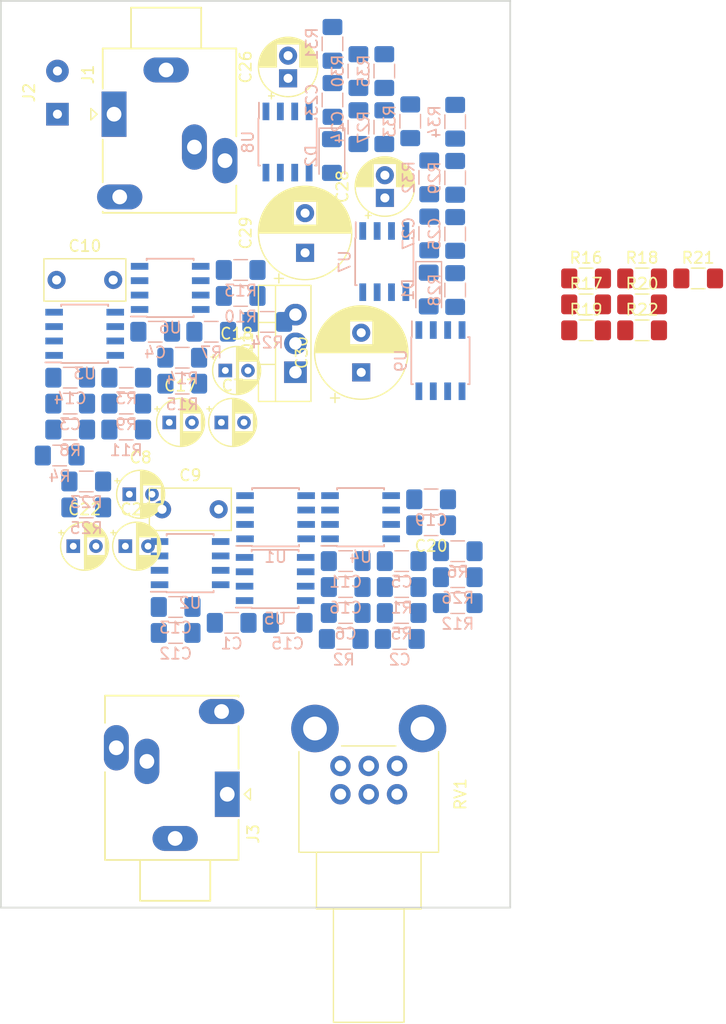
<source format=kicad_pcb>
(kicad_pcb (version 20171130) (host pcbnew 5.0.2-bee76a0~70~ubuntu18.04.1)
  (layers (0 F.Cu signal) (31 B.Cu signal) (34 B.Paste user) (35 F.Paste user) (36 B.SilkS user) (37 F.SilkS user) (38 B.Mask user) (39 F.Mask user) (44 Edge.Cuts user))
  (net 0 "")
  (net 1 "Net-(C1-Pad1)")
  (net 2 GNDA)
  (net 3 "Net-(C10-Pad2)")
  (net 4 VCC)
  (net 5 VEE)
  (net 6 "Net-(C9-Pad1)")
  (net 7 "Net-(C10-Pad1)")
  (net 8 "Net-(C21-Pad2)")
  (net 9 "Net-(C21-Pad1)")
  (net 10 "Net-(C22-Pad1)")
  (net 11 "Net-(C22-Pad2)")
  (net 12 "Net-(C24-Pad1)")
  (net 13 "Net-(C26-Pad1)")
  (net 14 /psupply/ps_pos)
  (net 15 "Net-(R7-Pad1)")
  (net 16 "Net-(R7-Pad2)")
  (net 17 "Net-(R10-Pad2)")
  (net 18 "Net-(R8-Pad2)")
  (net 19 "Net-(R11-Pad2)")
  (net 20 "Net-(R10-Pad1)")
  (net 21 "Net-(R11-Pad1)")
  (net 22 "Net-(R12-Pad1)")
  (net 23 /pamp/output_left)
  (net 24 /pamp/output_right)
  (net 25 "Net-(R19-Pad2)")
  (net 26 "Net-(R20-Pad2)")
  (net 27 "Net-(R22-Pad2)")
  (net 28 "Net-(R28-Pad2)")
  (net 29 "Net-(RV1-Pad3)")
  (net 30 "Net-(RV1-Pad2)")
  (net 31 "Net-(RV1-Pad5)")
  (net 32 "Net-(R19-Pad1)")
  (net 33 "Net-(R20-Pad1)")
  (net 34 "Net-(R21-Pad1)")
  (net 35 "Net-(R21-Pad2)")
  (net 36 "Net-(R22-Pad1)")
  (net 37 "Net-(R30-Pad2)")
  (net 38 "Net-(R31-Pad2)")
  (net 39 "Net-(R32-Pad2)")
  (net 40 "Net-(R33-Pad2)")
  (net 41 "Net-(R34-Pad2)")
  (net 42 "Net-(R35-Pad2)")
  (net 43 "Net-(RV1-Pad6)")
  (module Capacitor_SMD:C_1206_3216Metric_Pad1.42x1.75mm_HandSolder (layer B.Cu) (at 120.390002 124.880002)
    (fp_text reference C1 (at 0 1.82) (layer B.SilkS) (effects (justify mirror)))
    (fp_text value 100p)
    (pad 1 smd roundrect (at -1.4875 0) (size 1.425 1.75) (layers B.Cu B.Paste B.Mask) (roundrect_rratio 0.175439) (net 1 "Net-(C1-Pad1)"))
    (pad 2 smd roundrect (at 1.4875 0) (size 1.425 1.75) (layers B.Cu B.Paste B.Mask) (roundrect_rratio 0.175439) (net 2 GNDA))
  )
  (module Capacitor_SMD:C_1206_3216Metric_Pad1.42x1.75mm_HandSolder (layer B.Cu) (at 135.240002 126.300002)
    (fp_text reference C2 (at 0 1.82) (layer B.SilkS) (effects (justify mirror)))
    (fp_text value 100p)
    (pad 2 smd roundrect (at 1.4875 0) (size 1.425 1.75) (layers B.Cu B.Paste B.Mask) (roundrect_rratio 0.175439) (net 2 GNDA))
    (pad 1 smd roundrect (at -1.4875 0) (size 1.425 1.75) (layers B.Cu B.Paste B.Mask) (roundrect_rratio 0.175439) (net 3 "Net-(C10-Pad2)"))
  )
  (module Capacitor_SMD:C_1206_3216Metric_Pad1.42x1.75mm_HandSolder (layer B.Cu) (at 106.125001 105.535001)
    (fp_text reference C3 (at 0 1.82) (layer B.SilkS) (effects (justify mirror)))
    (fp_text value 100n)
    (pad 1 smd roundrect (at -1.4875 0) (size 1.425 1.75) (layers B.Cu B.Paste B.Mask) (roundrect_rratio 0.175439) (net 4 VCC))
    (pad 2 smd roundrect (at 1.4875 0) (size 1.425 1.75) (layers B.Cu B.Paste B.Mask) (roundrect_rratio 0.175439) (net 2 GNDA))
  )
  (module Capacitor_SMD:C_1206_3216Metric_Pad1.42x1.75mm_HandSolder (layer B.Cu) (at 113.635001 99.195001)
    (fp_text reference C4 (at 0 1.82) (layer B.SilkS) (effects (justify mirror)))
    (fp_text value 100n)
    (pad 1 smd roundrect (at -1.4875 0) (size 1.425 1.75) (layers B.Cu B.Paste B.Mask) (roundrect_rratio 0.175439) (net 2 GNDA))
    (pad 2 smd roundrect (at 1.4875 0) (size 1.425 1.75) (layers B.Cu B.Paste B.Mask) (roundrect_rratio 0.175439) (net 5 VEE))
  )
  (module Capacitor_SMD:C_1206_3216Metric_Pad1.42x1.75mm_HandSolder (layer B.Cu) (at 135.410002 119.430002)
    (fp_text reference C5 (at 0 1.82) (layer B.SilkS) (effects (justify mirror)))
    (fp_text value 100n)
    (pad 1 smd roundrect (at -1.4875 0) (size 1.425 1.75) (layers B.Cu B.Paste B.Mask) (roundrect_rratio 0.175439) (net 4 VCC))
    (pad 2 smd roundrect (at 1.4875 0) (size 1.425 1.75) (layers B.Cu B.Paste B.Mask) (roundrect_rratio 0.175439) (net 2 GNDA))
  )
  (module Capacitor_SMD:C_1206_3216Metric_Pad1.42x1.75mm_HandSolder (layer B.Cu) (at 130.460002 124.010002)
    (fp_text reference C6 (at 0 1.82) (layer B.SilkS) (effects (justify mirror)))
    (fp_text value 100n)
    (pad 2 smd roundrect (at 1.4875 0) (size 1.425 1.75) (layers B.Cu B.Paste B.Mask) (roundrect_rratio 0.175439) (net 5 VEE))
    (pad 1 smd roundrect (at -1.4875 0) (size 1.425 1.75) (layers B.Cu B.Paste B.Mask) (roundrect_rratio 0.175439) (net 2 GNDA))
  )
  (module Capacitor_THT:CP_Radial_D4.0mm_P2.00mm (layer F.Cu) (at 119.479802 107.195001)
    (fp_text reference C7 (at 1 -3.25) (layer F.SilkS))
    (fp_text value 22u)
    (pad 1 thru_hole rect (at 0 0) (size 1.2 1.2) (drill 0.6) (layers *.Cu *.Mask) (net 4 VCC))
    (pad 2 thru_hole circle (at 2 0) (size 1.2 1.2) (drill 0.6) (layers *.Cu *.Mask) (net 2 GNDA))
  )
  (module Capacitor_THT:CP_Radial_D4.0mm_P2.00mm (layer F.Cu) (at 111.349802 113.535001)
    (fp_text reference C8 (at 1 -3.25) (layer F.SilkS))
    (fp_text value 22u)
    (pad 2 thru_hole circle (at 2 0) (size 1.2 1.2) (drill 0.6) (layers *.Cu *.Mask) (net 5 VEE))
    (pad 1 thru_hole rect (at 0 0) (size 1.2 1.2) (drill 0.6) (layers *.Cu *.Mask) (net 2 GNDA))
  )
  (module Capacitor_THT:C_Rect_L7.0mm_W3.5mm_P5.00mm (layer F.Cu) (at 114.240002 114.860002)
    (fp_text reference C9 (at 2.5 -3) (layer F.SilkS))
    (fp_text value 1u)
    (pad 1 thru_hole circle (at 0 0) (size 1.6 1.6) (drill 0.8) (layers *.Cu *.Mask) (net 6 "Net-(C9-Pad1)"))
    (pad 2 thru_hole circle (at 5 0) (size 1.6 1.6) (drill 0.8) (layers *.Cu *.Mask) (net 1 "Net-(C1-Pad1)"))
  )
  (module Capacitor_THT:C_Rect_L7.0mm_W3.5mm_P5.00mm (layer F.Cu) (at 104.925001 94.625001)
    (fp_text reference C10 (at 2.5 -3) (layer F.SilkS))
    (fp_text value 1u)
    (pad 2 thru_hole circle (at 5 0) (size 1.6 1.6) (drill 0.8) (layers *.Cu *.Mask) (net 3 "Net-(C10-Pad2)"))
    (pad 1 thru_hole circle (at 0 0) (size 1.6 1.6) (drill 0.8) (layers *.Cu *.Mask) (net 7 "Net-(C10-Pad1)"))
  )
  (module Capacitor_SMD:C_1206_3216Metric_Pad1.42x1.75mm_HandSolder (layer B.Cu) (at 130.460002 119.430002)
    (fp_text reference C11 (at 0 1.82) (layer B.SilkS) (effects (justify mirror)))
    (fp_text value 100n)
    (pad 2 smd roundrect (at 1.4875 0) (size 1.425 1.75) (layers B.Cu B.Paste B.Mask) (roundrect_rratio 0.175439) (net 2 GNDA))
    (pad 1 smd roundrect (at -1.4875 0) (size 1.425 1.75) (layers B.Cu B.Paste B.Mask) (roundrect_rratio 0.175439) (net 4 VCC))
  )
  (module Capacitor_SMD:C_1206_3216Metric_Pad1.42x1.75mm_HandSolder (layer B.Cu) (at 115.440002 125.770002)
    (fp_text reference C12 (at 0 1.82) (layer B.SilkS) (effects (justify mirror)))
    (fp_text value 100n)
    (pad 2 smd roundrect (at 1.4875 0) (size 1.425 1.75) (layers B.Cu B.Paste B.Mask) (roundrect_rratio 0.175439) (net 5 VEE))
    (pad 1 smd roundrect (at -1.4875 0) (size 1.425 1.75) (layers B.Cu B.Paste B.Mask) (roundrect_rratio 0.175439) (net 2 GNDA))
  )
  (module Capacitor_SMD:C_1206_3216Metric_Pad1.42x1.75mm_HandSolder (layer B.Cu) (at 115.440002 123.480002)
    (fp_text reference C13 (at 0 1.82) (layer B.SilkS) (effects (justify mirror)))
    (fp_text value 100n)
    (pad 1 smd roundrect (at -1.4875 0) (size 1.425 1.75) (layers B.Cu B.Paste B.Mask) (roundrect_rratio 0.175439) (net 4 VCC))
    (pad 2 smd roundrect (at 1.4875 0) (size 1.425 1.75) (layers B.Cu B.Paste B.Mask) (roundrect_rratio 0.175439) (net 2 GNDA))
  )
  (module Capacitor_SMD:C_1206_3216Metric_Pad1.42x1.75mm_HandSolder (layer B.Cu) (at 106.125001 103.245001)
    (fp_text reference C14 (at 0 1.82) (layer B.SilkS) (effects (justify mirror)))
    (fp_text value 100n)
    (pad 2 smd roundrect (at 1.4875 0) (size 1.425 1.75) (layers B.Cu B.Paste B.Mask) (roundrect_rratio 0.175439) (net 5 VEE))
    (pad 1 smd roundrect (at -1.4875 0) (size 1.425 1.75) (layers B.Cu B.Paste B.Mask) (roundrect_rratio 0.175439) (net 2 GNDA))
  )
  (module Capacitor_SMD:C_1206_3216Metric_Pad1.42x1.75mm_HandSolder (layer B.Cu) (at 125.340002 124.880002)
    (fp_text reference C15 (at 0 1.82) (layer B.SilkS) (effects (justify mirror)))
    (fp_text value 100n)
    (pad 1 smd roundrect (at -1.4875 0) (size 1.425 1.75) (layers B.Cu B.Paste B.Mask) (roundrect_rratio 0.175439) (net 4 VCC))
    (pad 2 smd roundrect (at 1.4875 0) (size 1.425 1.75) (layers B.Cu B.Paste B.Mask) (roundrect_rratio 0.175439) (net 2 GNDA))
  )
  (module Capacitor_SMD:C_1206_3216Metric_Pad1.42x1.75mm_HandSolder (layer B.Cu) (at 130.460002 121.720002)
    (fp_text reference C16 (at 0 1.82) (layer B.SilkS) (effects (justify mirror)))
    (fp_text value 100n)
    (pad 2 smd roundrect (at 1.4875 0) (size 1.425 1.75) (layers B.Cu B.Paste B.Mask) (roundrect_rratio 0.175439) (net 5 VEE))
    (pad 1 smd roundrect (at -1.4875 0) (size 1.425 1.75) (layers B.Cu B.Paste B.Mask) (roundrect_rratio 0.175439) (net 2 GNDA))
  )
  (module Capacitor_THT:CP_Radial_D4.0mm_P2.00mm (layer F.Cu) (at 114.879802 107.195001)
    (fp_text reference C17 (at 1 -3.25) (layer F.SilkS))
    (fp_text value 22u)
    (pad 1 thru_hole rect (at 0 0) (size 1.2 1.2) (drill 0.6) (layers *.Cu *.Mask) (net 4 VCC))
    (pad 2 thru_hole circle (at 2 0) (size 1.2 1.2) (drill 0.6) (layers *.Cu *.Mask) (net 2 GNDA))
  )
  (module Capacitor_THT:CP_Radial_D4.0mm_P2.00mm (layer F.Cu) (at 119.829802 102.615001)
    (fp_text reference C18 (at 1 -3.25) (layer F.SilkS))
    (fp_text value 22u)
    (pad 2 thru_hole circle (at 2 0) (size 1.2 1.2) (drill 0.6) (layers *.Cu *.Mask) (net 5 VEE))
    (pad 1 thru_hole rect (at 0 0) (size 1.2 1.2) (drill 0.6) (layers *.Cu *.Mask) (net 2 GNDA))
  )
  (module Capacitor_SMD:C_1206_3216Metric_Pad1.42x1.75mm_HandSolder (layer B.Cu) (at 138.010002 113.980002)
    (fp_text reference C19 (at 0 1.82) (layer B.SilkS) (effects (justify mirror)))
    (fp_text value 100n)
    (pad 1 smd roundrect (at -1.4875 0) (size 1.425 1.75) (layers B.Cu B.Paste B.Mask) (roundrect_rratio 0.175439) (net 4 VCC))
    (pad 2 smd roundrect (at 1.4875 0) (size 1.425 1.75) (layers B.Cu B.Paste B.Mask) (roundrect_rratio 0.175439) (net 2 GNDA))
  )
  (module Capacitor_SMD:C_1206_3216Metric_Pad1.42x1.75mm_HandSolder (layer B.Cu) (at 138.010002 116.270002)
    (fp_text reference C20 (at 0 1.82) (layer F.SilkS))
    (fp_text value 100n)
    (pad 1 smd roundrect (at -1.4875 0) (size 1.425 1.75) (layers B.Cu B.Paste B.Mask) (roundrect_rratio 0.175439) (net 2 GNDA))
    (pad 2 smd roundrect (at 1.4875 0) (size 1.425 1.75) (layers B.Cu B.Paste B.Mask) (roundrect_rratio 0.175439) (net 5 VEE))
  )
  (module Capacitor_THT:CP_Radial_D4.0mm_P2.00mm (layer F.Cu) (at 110.999802 118.115001)
    (fp_text reference C21 (at 1 -3.25) (layer F.SilkS))
    (fp_text value 10u)
    (pad 2 thru_hole circle (at 2 0) (size 1.2 1.2) (drill 0.6) (layers *.Cu *.Mask) (net 8 "Net-(C21-Pad2)"))
    (pad 1 thru_hole rect (at 0 0) (size 1.2 1.2) (drill 0.6) (layers *.Cu *.Mask) (net 9 "Net-(C21-Pad1)"))
  )
  (module Capacitor_THT:CP_Radial_D4.0mm_P2.00mm (layer F.Cu) (at 106.399802 118.115001)
    (fp_text reference C22 (at 1 -3.25) (layer F.SilkS))
    (fp_text value 10u)
    (pad 1 thru_hole rect (at 0 0) (size 1.2 1.2) (drill 0.6) (layers *.Cu *.Mask) (net 10 "Net-(C22-Pad1)"))
    (pad 2 thru_hole circle (at 2 0) (size 1.2 1.2) (drill 0.6) (layers *.Cu *.Mask) (net 11 "Net-(C22-Pad2)"))
  )
  (module Capacitor_SMD:C_1206_3216Metric_Pad1.42x1.75mm_HandSolder (layer B.Cu) (at 129.295001 78.744999 270)
    (fp_text reference C23 (at 0 1.82 270) (layer B.SilkS) (effects (justify mirror)))
    (fp_text value 100n)
    (pad 1 smd roundrect (at -1.4875 0 270) (size 1.425 1.75) (layers B.Cu B.Paste B.Mask) (roundrect_rratio 0.175439) (net 4 VCC))
    (pad 2 smd roundrect (at 1.4875 0 270) (size 1.425 1.75) (layers B.Cu B.Paste B.Mask) (roundrect_rratio 0.175439) (net 5 VEE))
  )
  (module Capacitor_SMD:C_1206_3216Metric_Pad1.42x1.75mm_HandSolder (layer B.Cu) (at 131.585001 81.144999 270)
    (fp_text reference C24 (at 0 1.82 270) (layer B.SilkS) (effects (justify mirror)))
    (fp_text value 100n)
    (pad 2 smd roundrect (at 1.4875 0 270) (size 1.425 1.75) (layers B.Cu B.Paste B.Mask) (roundrect_rratio 0.175439) (net 5 VEE))
    (pad 1 smd roundrect (at -1.4875 0 270) (size 1.425 1.75) (layers B.Cu B.Paste B.Mask) (roundrect_rratio 0.175439) (net 12 "Net-(C24-Pad1)"))
  )
  (module Capacitor_SMD:C_1206_3216Metric_Pad1.42x1.75mm_HandSolder (layer B.Cu) (at 140.135001 90.564999 270)
    (fp_text reference C25 (at 0 1.82 270) (layer B.SilkS) (effects (justify mirror)))
    (fp_text value 100n)
    (pad 2 smd roundrect (at 1.4875 0 270) (size 1.425 1.75) (layers B.Cu B.Paste B.Mask) (roundrect_rratio 0.175439) (net 5 VEE))
    (pad 1 smd roundrect (at -1.4875 0 270) (size 1.425 1.75) (layers B.Cu B.Paste B.Mask) (roundrect_rratio 0.175439) (net 4 VCC))
  )
  (module Capacitor_THT:CP_Radial_D5.0mm_P2.00mm (layer F.Cu) (at 125.375001 76.835224 90)
    (fp_text reference C26 (at 1 -3.75 90) (layer F.SilkS))
    (fp_text value 47u)
    (pad 2 thru_hole circle (at 2 0 90) (size 1.6 1.6) (drill 0.8) (layers *.Cu *.Mask) (net 5 VEE))
    (pad 1 thru_hole rect (at 0 0 90) (size 1.6 1.6) (drill 0.8) (layers *.Cu *.Mask) (net 13 "Net-(C26-Pad1)"))
  )
  (module Capacitor_SMD:C_1206_3216Metric_Pad1.42x1.75mm_HandSolder (layer B.Cu) (at 137.845001 90.524999 270)
    (fp_text reference C27 (at 0 1.82 270) (layer B.SilkS) (effects (justify mirror)))
    (fp_text value 100n)
    (pad 2 smd roundrect (at 1.4875 0 270) (size 1.425 1.75) (layers B.Cu B.Paste B.Mask) (roundrect_rratio 0.175439) (net 5 VEE))
    (pad 1 smd roundrect (at -1.4875 0 270) (size 1.425 1.75) (layers B.Cu B.Paste B.Mask) (roundrect_rratio 0.175439) (net 4 VCC))
  )
  (module Capacitor_THT:CP_Radial_D5.0mm_P2.00mm (layer F.Cu) (at 133.925001 87.385224 90)
    (fp_text reference C28 (at 1 -3.75 90) (layer F.SilkS))
    (fp_text value 47u)
    (pad 1 thru_hole rect (at 0 0 90) (size 1.6 1.6) (drill 0.8) (layers *.Cu *.Mask) (net 4 VCC))
    (pad 2 thru_hole circle (at 2 0 90) (size 1.6 1.6) (drill 0.8) (layers *.Cu *.Mask) (net 5 VEE))
  )
  (module Capacitor_THT:CP_Radial_D8.0mm_P3.50mm (layer F.Cu) (at 126.875001 92.230301 90)
    (fp_text reference C29 (at 1.75 -5.25 90) (layer F.SilkS))
    (fp_text value 1m)
    (pad 1 thru_hole rect (at 0 0 90) (size 1.6 1.6) (drill 0.8) (layers *.Cu *.Mask) (net 4 VCC))
    (pad 2 thru_hole circle (at 3.5 0 90) (size 1.6 1.6) (drill 0.8) (layers *.Cu *.Mask) (net 2 GNDA))
  )
  (module Capacitor_THT:CP_Radial_D8.0mm_P3.50mm (layer F.Cu) (at 131.835001 102.780301 90)
    (fp_text reference C30 (at 1.75 -5.25 90) (layer F.SilkS))
    (fp_text value 1m)
    (pad 2 thru_hole circle (at 3.5 0 90) (size 1.6 1.6) (drill 0.8) (layers *.Cu *.Mask) (net 5 VEE))
    (pad 1 thru_hole rect (at 0 0 90) (size 1.6 1.6) (drill 0.8) (layers *.Cu *.Mask) (net 2 GNDA))
  )
  (module Diode_SMD:D_1206_3216Metric_Pad1.42x1.75mm_HandSolder (layer B.Cu) (at 137.795001 95.469999 270)
    (fp_text reference D1 (at 0 1.82 270) (layer B.SilkS) (effects (justify mirror)))
    (fp_text value 1N4007)
    (pad 2 smd roundrect (at 1.4875 0 270) (size 1.425 1.75) (layers B.Cu B.Paste B.Mask) (roundrect_rratio 0.175439) (net 14 /psupply/ps_pos))
    (pad 1 smd roundrect (at -1.4875 0 270) (size 1.425 1.75) (layers B.Cu B.Paste B.Mask) (roundrect_rratio 0.175439) (net 12 "Net-(C24-Pad1)"))
  )
  (module Diode_SMD:D_1206_3216Metric_Pad1.42x1.75mm_HandSolder (layer B.Cu) (at 129.245001 83.689999 270)
    (fp_text reference D2 (at 0 1.82 270) (layer B.SilkS) (effects (justify mirror)))
    (fp_text value BZX85C22)
    (pad 1 smd roundrect (at -1.4875 0 270) (size 1.425 1.75) (layers B.Cu B.Paste B.Mask) (roundrect_rratio 0.175439) (net 13 "Net-(C26-Pad1)"))
    (pad 2 smd roundrect (at 1.4875 0 270) (size 1.425 1.75) (layers B.Cu B.Paste B.Mask) (roundrect_rratio 0.175439) (net 5 VEE))
  )
  (module Connector_Wire:SolderWirePad_1x02_P3.81mm_Drill0.8mm (layer F.Cu) (at 105 80 90)
    (fp_text reference J2 (at 1.905 -2.5 90) (layer F.SilkS))
    (fp_text value Jack-DC)
    (pad 1 thru_hole rect (at 0 0 90) (size 1.99898 1.99898) (drill 0.8001) (layers *.Cu *.Mask) (net 5 VEE))
    (pad 2 thru_hole circle (at 3.81 0 90) (size 1.99898 1.99898) (drill 0.8001) (layers *.Cu *.Mask) (net 14 /psupply/ps_pos))
  )
  (module Package_TO_SOT_THT:TO-220-3_Vertical (layer F.Cu) (at 126.025001 102.764999 90)
    (fp_text reference Q1 (at 2.54 -4.27 90) (layer F.SilkS))
    (fp_text value BDX53)
    (pad 1 thru_hole rect (at 0 0 90) (size 1.905 2) (drill 1.1) (layers *.Cu *.Mask) (net 13 "Net-(C26-Pad1)"))
    (pad 2 thru_hole oval (at 2.54 0 90) (size 1.905 2) (drill 1.1) (layers *.Cu *.Mask) (net 12 "Net-(C24-Pad1)"))
    (pad 3 thru_hole oval (at 5.08 0 90) (size 1.905 2) (drill 1.1) (layers *.Cu *.Mask) (net 4 VCC))
  )
  (module Resistor_SMD:R_1206_3216Metric_Pad1.42x1.75mm_HandSolder (layer B.Cu) (at 135.410002 121.720002)
    (fp_text reference R1 (at 0 1.82) (layer B.SilkS) (effects (justify mirror)))
    (fp_text value 100)
    (pad 1 smd roundrect (at -1.4875 0) (size 1.425 1.75) (layers B.Cu B.Paste B.Mask) (roundrect_rratio 0.175439) (net 1 "Net-(C1-Pad1)"))
    (pad 2 smd roundrect (at 1.4875 0) (size 1.425 1.75) (layers B.Cu B.Paste B.Mask) (roundrect_rratio 0.175439))
  )
  (module Resistor_SMD:R_1206_3216Metric_Pad1.42x1.75mm_HandSolder (layer B.Cu) (at 130.290002 126.300002)
    (fp_text reference R2 (at 0 1.82) (layer B.SilkS) (effects (justify mirror)))
    (fp_text value 100)
    (pad 2 smd roundrect (at 1.4875 0) (size 1.425 1.75) (layers B.Cu B.Paste B.Mask) (roundrect_rratio 0.175439))
    (pad 1 smd roundrect (at -1.4875 0) (size 1.425 1.75) (layers B.Cu B.Paste B.Mask) (roundrect_rratio 0.175439) (net 3 "Net-(C10-Pad2)"))
  )
  (module Resistor_SMD:R_1206_3216Metric_Pad1.42x1.75mm_HandSolder (layer B.Cu) (at 111.075001 103.245001)
    (fp_text reference R3 (at 0 1.82) (layer B.SilkS) (effects (justify mirror)))
    (fp_text value 20k)
    (pad 2 smd roundrect (at 1.4875 0) (size 1.425 1.75) (layers B.Cu B.Paste B.Mask) (roundrect_rratio 0.175439) (net 2 GNDA))
    (pad 1 smd roundrect (at -1.4875 0) (size 1.425 1.75) (layers B.Cu B.Paste B.Mask) (roundrect_rratio 0.175439) (net 1 "Net-(C1-Pad1)"))
  )
  (module Resistor_SMD:R_1206_3216Metric_Pad1.42x1.75mm_HandSolder (layer B.Cu) (at 105.195001 110.115001)
    (fp_text reference R4 (at 0 1.82) (layer B.SilkS) (effects (justify mirror)))
    (fp_text value 20k)
    (pad 1 smd roundrect (at -1.4875 0) (size 1.425 1.75) (layers B.Cu B.Paste B.Mask) (roundrect_rratio 0.175439) (net 3 "Net-(C10-Pad2)"))
    (pad 2 smd roundrect (at 1.4875 0) (size 1.425 1.75) (layers B.Cu B.Paste B.Mask) (roundrect_rratio 0.175439) (net 2 GNDA))
  )
  (module Resistor_SMD:R_1206_3216Metric_Pad1.42x1.75mm_HandSolder (layer B.Cu) (at 135.410002 124.010002)
    (fp_text reference R5 (at 0 1.82) (layer B.SilkS) (effects (justify mirror)))
    (fp_text value 10k)
    (pad 2 smd roundrect (at 1.4875 0) (size 1.425 1.75) (layers B.Cu B.Paste B.Mask) (roundrect_rratio 0.175439) (net 2 GNDA))
    (pad 1 smd roundrect (at -1.4875 0) (size 1.425 1.75) (layers B.Cu B.Paste B.Mask) (roundrect_rratio 0.175439) (net 6 "Net-(C9-Pad1)"))
  )
  (module Resistor_SMD:R_1206_3216Metric_Pad1.42x1.75mm_HandSolder (layer B.Cu) (at 140.360002 118.560002)
    (fp_text reference R6 (at 0 1.82) (layer B.SilkS) (effects (justify mirror)))
    (fp_text value 10k)
    (pad 1 smd roundrect (at -1.4875 0) (size 1.425 1.75) (layers B.Cu B.Paste B.Mask) (roundrect_rratio 0.175439) (net 7 "Net-(C10-Pad1)"))
    (pad 2 smd roundrect (at 1.4875 0) (size 1.425 1.75) (layers B.Cu B.Paste B.Mask) (roundrect_rratio 0.175439) (net 2 GNDA))
  )
  (module Resistor_SMD:R_1206_3216Metric_Pad1.42x1.75mm_HandSolder (layer B.Cu) (at 118.585001 99.195001)
    (fp_text reference R7 (at 0 1.82) (layer B.SilkS) (effects (justify mirror)))
    (fp_text value 1k)
    (pad 1 smd roundrect (at -1.4875 0) (size 1.425 1.75) (layers B.Cu B.Paste B.Mask) (roundrect_rratio 0.175439) (net 15 "Net-(R7-Pad1)"))
    (pad 2 smd roundrect (at 1.4875 0) (size 1.425 1.75) (layers B.Cu B.Paste B.Mask) (roundrect_rratio 0.175439) (net 16 "Net-(R7-Pad2)"))
  )
  (module Resistor_SMD:R_1206_3216Metric_Pad1.42x1.75mm_HandSolder (layer B.Cu) (at 106.125001 107.825001)
    (fp_text reference R8 (at 0 1.82) (layer B.SilkS) (effects (justify mirror)))
    (fp_text value 1k)
    (pad 1 smd roundrect (at -1.4875 0) (size 1.425 1.75) (layers B.Cu B.Paste B.Mask) (roundrect_rratio 0.175439) (net 17 "Net-(R10-Pad2)"))
    (pad 2 smd roundrect (at 1.4875 0) (size 1.425 1.75) (layers B.Cu B.Paste B.Mask) (roundrect_rratio 0.175439) (net 18 "Net-(R8-Pad2)"))
  )
  (module Resistor_SMD:R_1206_3216Metric_Pad1.42x1.75mm_HandSolder (layer B.Cu) (at 111.075001 105.535001)
    (fp_text reference R9 (at 0 1.82) (layer B.SilkS) (effects (justify mirror)))
    (fp_text value 3k)
    (pad 2 smd roundrect (at 1.4875 0) (size 1.425 1.75) (layers B.Cu B.Paste B.Mask) (roundrect_rratio 0.175439) (net 15 "Net-(R7-Pad1)"))
    (pad 1 smd roundrect (at -1.4875 0) (size 1.425 1.75) (layers B.Cu B.Paste B.Mask) (roundrect_rratio 0.175439) (net 19 "Net-(R11-Pad2)"))
  )
  (module Resistor_SMD:R_1206_3216Metric_Pad1.42x1.75mm_HandSolder (layer B.Cu) (at 121.185001 96.035001)
    (fp_text reference R10 (at 0 1.82) (layer B.SilkS) (effects (justify mirror)))
    (fp_text value 3k)
    (pad 2 smd roundrect (at 1.4875 0) (size 1.425 1.75) (layers B.Cu B.Paste B.Mask) (roundrect_rratio 0.175439) (net 17 "Net-(R10-Pad2)"))
    (pad 1 smd roundrect (at -1.4875 0) (size 1.425 1.75) (layers B.Cu B.Paste B.Mask) (roundrect_rratio 0.175439) (net 20 "Net-(R10-Pad1)"))
  )
  (module Resistor_SMD:R_1206_3216Metric_Pad1.42x1.75mm_HandSolder (layer B.Cu) (at 111.075001 107.825001)
    (fp_text reference R11 (at 0 1.82) (layer B.SilkS) (effects (justify mirror)))
    (fp_text value 1k)
    (pad 1 smd roundrect (at -1.4875 0) (size 1.425 1.75) (layers B.Cu B.Paste B.Mask) (roundrect_rratio 0.175439) (net 21 "Net-(R11-Pad1)"))
    (pad 2 smd roundrect (at 1.4875 0) (size 1.425 1.75) (layers B.Cu B.Paste B.Mask) (roundrect_rratio 0.175439) (net 19 "Net-(R11-Pad2)"))
  )
  (module Resistor_SMD:R_1206_3216Metric_Pad1.42x1.75mm_HandSolder (layer B.Cu) (at 140.360002 123.140002)
    (fp_text reference R12 (at 0 1.82) (layer B.SilkS) (effects (justify mirror)))
    (fp_text value 1k)
    (pad 1 smd roundrect (at -1.4875 0) (size 1.425 1.75) (layers B.Cu B.Paste B.Mask) (roundrect_rratio 0.175439) (net 22 "Net-(R12-Pad1)"))
    (pad 2 smd roundrect (at 1.4875 0) (size 1.425 1.75) (layers B.Cu B.Paste B.Mask) (roundrect_rratio 0.175439) (net 20 "Net-(R10-Pad1)"))
  )
  (module Resistor_SMD:R_1206_3216Metric_Pad1.42x1.75mm_HandSolder (layer B.Cu) (at 121.185001 93.745001)
    (fp_text reference R13 (at 0 1.82) (layer B.SilkS) (effects (justify mirror)))
    (fp_text value 1k)
    (pad 2 smd roundrect (at 1.4875 0) (size 1.425 1.75) (layers B.Cu B.Paste B.Mask) (roundrect_rratio 0.175439) (net 21 "Net-(R11-Pad1)"))
    (pad 1 smd roundrect (at -1.4875 0) (size 1.425 1.75) (layers B.Cu B.Paste B.Mask) (roundrect_rratio 0.175439) (net 8 "Net-(C21-Pad2)"))
  )
  (module Resistor_SMD:R_1206_3216Metric_Pad1.42x1.75mm_HandSolder (layer B.Cu) (at 116.025001 101.485001)
    (fp_text reference R14 (at 0 1.82) (layer B.SilkS) (effects (justify mirror)))
    (fp_text value 1k)
    (pad 2 smd roundrect (at 1.4875 0) (size 1.425 1.75) (layers B.Cu B.Paste B.Mask) (roundrect_rratio 0.175439) (net 22 "Net-(R12-Pad1)"))
    (pad 1 smd roundrect (at -1.4875 0) (size 1.425 1.75) (layers B.Cu B.Paste B.Mask) (roundrect_rratio 0.175439) (net 11 "Net-(C22-Pad2)"))
  )
  (module Resistor_SMD:R_1206_3216Metric_Pad1.42x1.75mm_HandSolder (layer B.Cu) (at 116.025001 103.775001)
    (fp_text reference R15 (at 0 1.82) (layer B.SilkS) (effects (justify mirror)))
    (fp_text value 10k)
    (pad 1 smd roundrect (at -1.4875 0) (size 1.425 1.75) (layers B.Cu B.Paste B.Mask) (roundrect_rratio 0.175439) (net 9 "Net-(C21-Pad1)"))
    (pad 2 smd roundrect (at 1.4875 0) (size 1.425 1.75) (layers B.Cu B.Paste B.Mask) (roundrect_rratio 0.175439) (net 2 GNDA))
  )
  (module Resistor_SMD:R_1206_3216Metric_Pad1.42x1.75mm_HandSolder (layer B.Cu) (at 107.545001 112.405001)
    (fp_text reference R23 (at 0 1.82) (layer B.SilkS) (effects (justify mirror)))
    (fp_text value 10)
    (pad 1 smd roundrect (at -1.4875 0) (size 1.425 1.75) (layers B.Cu B.Paste B.Mask) (roundrect_rratio 0.175439) (net 23 /pamp/output_left))
    (pad 2 smd roundrect (at 1.4875 0) (size 1.425 1.75) (layers B.Cu B.Paste B.Mask) (roundrect_rratio 0.175439) (net 32 "Net-(R19-Pad1)"))
  )
  (module Resistor_SMD:R_1206_3216Metric_Pad1.42x1.75mm_HandSolder (layer B.Cu) (at 123.535001 98.325001)
    (fp_text reference R24 (at 0 1.82) (layer B.SilkS) (effects (justify mirror)))
    (fp_text value 10)
    (pad 2 smd roundrect (at 1.4875 0) (size 1.425 1.75) (layers B.Cu B.Paste B.Mask) (roundrect_rratio 0.175439) (net 33 "Net-(R20-Pad1)"))
    (pad 1 smd roundrect (at -1.4875 0) (size 1.425 1.75) (layers B.Cu B.Paste B.Mask) (roundrect_rratio 0.175439) (net 23 /pamp/output_left))
  )
  (module Resistor_SMD:R_1206_3216Metric_Pad1.42x1.75mm_HandSolder (layer B.Cu) (at 107.545001 114.695001)
    (fp_text reference R25 (at 0 1.82) (layer B.SilkS) (effects (justify mirror)))
    (fp_text value 10)
    (pad 1 smd roundrect (at -1.4875 0) (size 1.425 1.75) (layers B.Cu B.Paste B.Mask) (roundrect_rratio 0.175439) (net 24 /pamp/output_right))
    (pad 2 smd roundrect (at 1.4875 0) (size 1.425 1.75) (layers B.Cu B.Paste B.Mask) (roundrect_rratio 0.175439) (net 34 "Net-(R21-Pad1)"))
  )
  (module Resistor_SMD:R_1206_3216Metric_Pad1.42x1.75mm_HandSolder (layer B.Cu) (at 140.360002 120.850002)
    (fp_text reference R26 (at 0 1.82) (layer B.SilkS) (effects (justify mirror)))
    (fp_text value 10)
    (pad 2 smd roundrect (at 1.4875 0) (size 1.425 1.75) (layers B.Cu B.Paste B.Mask) (roundrect_rratio 0.175439) (net 36 "Net-(R22-Pad1)"))
    (pad 1 smd roundrect (at -1.4875 0) (size 1.425 1.75) (layers B.Cu B.Paste B.Mask) (roundrect_rratio 0.175439) (net 24 /pamp/output_right))
  )
  (module Resistor_SMD:R_1206_3216Metric_Pad1.42x1.75mm_HandSolder (layer B.Cu) (at 133.875001 81.144999 270)
    (fp_text reference R27 (at 0 1.82 270) (layer B.SilkS) (effects (justify mirror)))
    (fp_text value 1k)
    (pad 1 smd roundrect (at -1.4875 0 270) (size 1.425 1.75) (layers B.Cu B.Paste B.Mask) (roundrect_rratio 0.175439) (net 12 "Net-(C24-Pad1)"))
    (pad 2 smd roundrect (at 1.4875 0 270) (size 1.425 1.75) (layers B.Cu B.Paste B.Mask) (roundrect_rratio 0.175439) (net 13 "Net-(C26-Pad1)"))
  )
  (module Resistor_SMD:R_1206_3216Metric_Pad1.42x1.75mm_HandSolder (layer B.Cu) (at 140.135001 95.514999 270)
    (fp_text reference R28 (at 0 1.82 270) (layer B.SilkS) (effects (justify mirror)))
    (fp_text value 10k)
    (pad 1 smd roundrect (at -1.4875 0 270) (size 1.425 1.75) (layers B.Cu B.Paste B.Mask) (roundrect_rratio 0.175439) (net 4 VCC))
    (pad 2 smd roundrect (at 1.4875 0 270) (size 1.425 1.75) (layers B.Cu B.Paste B.Mask) (roundrect_rratio 0.175439) (net 28 "Net-(R28-Pad2)"))
  )
  (module Resistor_SMD:R_1206_3216Metric_Pad1.42x1.75mm_HandSolder (layer B.Cu) (at 140.135001 85.614999 270)
    (fp_text reference R29 (at 0 1.82 270) (layer B.SilkS) (effects (justify mirror)))
    (fp_text value 10k)
    (pad 2 smd roundrect (at 1.4875 0 270) (size 1.425 1.75) (layers B.Cu B.Paste B.Mask) (roundrect_rratio 0.175439) (net 5 VEE))
    (pad 1 smd roundrect (at -1.4875 0 270) (size 1.425 1.75) (layers B.Cu B.Paste B.Mask) (roundrect_rratio 0.175439) (net 28 "Net-(R28-Pad2)"))
  )
  (module Resistor_SMD:R_1206_3216Metric_Pad1.42x1.75mm_HandSolder (layer B.Cu) (at 131.585001 76.194999 270)
    (fp_text reference R30 (at 0 1.82 270) (layer B.SilkS) (effects (justify mirror)))
    (fp_text value 10)
    (pad 2 smd roundrect (at 1.4875 0 270) (size 1.425 1.75) (layers B.Cu B.Paste B.Mask) (roundrect_rratio 0.175439) (net 37 "Net-(R30-Pad2)"))
    (pad 1 smd roundrect (at -1.4875 0 270) (size 1.425 1.75) (layers B.Cu B.Paste B.Mask) (roundrect_rratio 0.175439) (net 2 GNDA))
  )
  (module Resistor_SMD:R_1206_3216Metric_Pad1.42x1.75mm_HandSolder (layer B.Cu) (at 129.295001 73.794999 270)
    (fp_text reference R31 (at 0 1.82 270) (layer B.SilkS) (effects (justify mirror)))
    (fp_text value 10)
    (pad 1 smd roundrect (at -1.4875 0 270) (size 1.425 1.75) (layers B.Cu B.Paste B.Mask) (roundrect_rratio 0.175439) (net 2 GNDA))
    (pad 2 smd roundrect (at 1.4875 0 270) (size 1.425 1.75) (layers B.Cu B.Paste B.Mask) (roundrect_rratio 0.175439) (net 38 "Net-(R31-Pad2)"))
  )
  (module Resistor_SMD:R_1206_3216Metric_Pad1.42x1.75mm_HandSolder (layer B.Cu) (at 137.845001 85.574999 270)
    (fp_text reference R32 (at 0 1.82 270) (layer B.SilkS) (effects (justify mirror)))
    (fp_text value 10)
    (pad 2 smd roundrect (at 1.4875 0 270) (size 1.425 1.75) (layers B.Cu B.Paste B.Mask) (roundrect_rratio 0.175439) (net 39 "Net-(R32-Pad2)"))
    (pad 1 smd roundrect (at -1.4875 0 270) (size 1.425 1.75) (layers B.Cu B.Paste B.Mask) (roundrect_rratio 0.175439) (net 2 GNDA))
  )
  (module Resistor_SMD:R_1206_3216Metric_Pad1.42x1.75mm_HandSolder (layer B.Cu) (at 136.165001 80.624999 270)
    (fp_text reference R33 (at 0 1.82 270) (layer B.SilkS) (effects (justify mirror)))
    (fp_text value 10)
    (pad 1 smd roundrect (at -1.4875 0 270) (size 1.425 1.75) (layers B.Cu B.Paste B.Mask) (roundrect_rratio 0.175439) (net 2 GNDA))
    (pad 2 smd roundrect (at 1.4875 0 270) (size 1.425 1.75) (layers B.Cu B.Paste B.Mask) (roundrect_rratio 0.175439) (net 40 "Net-(R33-Pad2)"))
  )
  (module Resistor_SMD:R_1206_3216Metric_Pad1.42x1.75mm_HandSolder (layer B.Cu) (at 140.135001 80.664999 270)
    (fp_text reference R34 (at 0 1.82 270) (layer B.SilkS) (effects (justify mirror)))
    (fp_text value 10)
    (pad 1 smd roundrect (at -1.4875 0 270) (size 1.425 1.75) (layers B.Cu B.Paste B.Mask) (roundrect_rratio 0.175439) (net 2 GNDA))
    (pad 2 smd roundrect (at 1.4875 0 270) (size 1.425 1.75) (layers B.Cu B.Paste B.Mask) (roundrect_rratio 0.175439) (net 41 "Net-(R34-Pad2)"))
  )
  (module Resistor_SMD:R_1206_3216Metric_Pad1.42x1.75mm_HandSolder (layer B.Cu) (at 133.875001 76.194999 270)
    (fp_text reference R35 (at 0 1.82 270) (layer B.SilkS) (effects (justify mirror)))
    (fp_text value 10)
    (pad 2 smd roundrect (at 1.4875 0 270) (size 1.425 1.75) (layers B.Cu B.Paste B.Mask) (roundrect_rratio 0.175439) (net 42 "Net-(R35-Pad2)"))
    (pad 1 smd roundrect (at -1.4875 0 270) (size 1.425 1.75) (layers B.Cu B.Paste B.Mask) (roundrect_rratio 0.175439) (net 2 GNDA))
  )
  (module Potentiometer_THT:Potentiometer_Alps_RK09L_Double_Horizontal (layer F.Cu) (at 130 140 270)
    (fp_text reference RV1 (at 0 -10.6 270) (layer F.SilkS))
    (fp_text value 10k)
    (pad 3 thru_hole circle (at 0 -5 270) (size 1.8 1.8) (drill 1) (layers *.Cu *.Mask) (net 29 "Net-(RV1-Pad3)"))
    (pad 2 thru_hole circle (at 0 -2.5 270) (size 1.8 1.8) (drill 1) (layers *.Cu *.Mask) (net 30 "Net-(RV1-Pad2)"))
    (pad 1 thru_hole circle (at 0 0 270) (size 1.8 1.8) (drill 1) (layers *.Cu *.Mask) (net 19 "Net-(R11-Pad2)"))
    (pad 6 thru_hole circle (at -2.5 -5 270) (size 1.8 1.8) (drill 1) (layers *.Cu *.Mask) (net 43 "Net-(RV1-Pad6)"))
    (pad 5 thru_hole circle (at -2.5 -2.5 270) (size 1.8 1.8) (drill 1) (layers *.Cu *.Mask) (net 31 "Net-(RV1-Pad5)"))
    (pad 4 thru_hole circle (at -2.5 0 270) (size 1.8 1.8) (drill 1) (layers *.Cu *.Mask) (net 20 "Net-(R10-Pad1)"))
    (pad "" thru_hole circle (at -5.8 -7.25 270) (size 4.2 4.2) (drill 2.1) (layers *.Cu *.Mask))
    (pad "" thru_hole circle (at -5.8 2.25 270) (size 4.2 4.2) (drill 2.1) (layers *.Cu *.Mask))
  )
  (module Connector_Audio:StereoJack_3.5mm_Switch_Ledino_KB3SPRS_Horizontal (layer F.Cu) (at 110 80 270)
    (fp_text reference J1 (at -3.5 2.3 270) (layer F.SilkS))
    (fp_text value AudioJack3_Ground)
    (pad 1 thru_hole rect (at 0 0 270) (size 4 2.2) (drill 1.3) (layers *.Cu *.Mask))
    (pad 4 thru_hole oval (at 7.3 -0.5) (size 4 2.2) (drill 1.3) (layers *.Cu *.Mask))
    (pad 5 thru_hole oval (at 2.9 -7.1 270) (size 4 2.2) (drill 1.3) (layers *.Cu *.Mask))
    (pad 2 thru_hole oval (at 4.1 -9.8 270) (size 4 2.2) (drill 1.3) (layers *.Cu *.Mask))
    (pad 3 thru_hole oval (at -3.9 -4.6 270) (size 2.2 4) (drill 1.3) (layers *.Cu *.Mask))
  )
  (module Connector_Audio:StereoJack_3.5mm_Switch_Ledino_KB3SPRS_Horizontal (layer F.Cu) (at 120 140 90)
    (fp_text reference J3 (at -3.5 2.3 90) (layer F.SilkS))
    (fp_text value AudioJack3_Ground)
    (pad 3 thru_hole oval (at -3.9 -4.6 90) (size 2.2 4) (drill 1.3) (layers *.Cu *.Mask))
    (pad 2 thru_hole oval (at 4.1 -9.8 90) (size 4 2.2) (drill 1.3) (layers *.Cu *.Mask))
    (pad 5 thru_hole oval (at 2.9 -7.1 90) (size 4 2.2) (drill 1.3) (layers *.Cu *.Mask))
    (pad 4 thru_hole oval (at 7.3 -0.5 180) (size 4 2.2) (drill 1.3) (layers *.Cu *.Mask))
    (pad 1 thru_hole rect (at 0 0 90) (size 4 2.2) (drill 1.3) (layers *.Cu *.Mask))
  )
  (module Package_SO:SOIC-8_3.9x4.9mm_P1.27mm (layer B.Cu) (at 124.270002 115.560002)
    (fp_text reference U1 (at 0 3.5) (layer B.SilkS) (effects (justify mirror)))
    (fp_text value NE5532)
    (pad 1 smd rect (at -2.7 1.905) (size 1.55 0.6) (layers B.Cu B.Paste B.Mask) (net 29 "Net-(RV1-Pad3)"))
    (pad 2 smd rect (at -2.7 0.635) (size 1.55 0.6) (layers B.Cu B.Paste B.Mask) (net 29 "Net-(RV1-Pad3)"))
    (pad 3 smd rect (at -2.7 -0.635) (size 1.55 0.6) (layers B.Cu B.Paste B.Mask) (net 6 "Net-(C9-Pad1)"))
    (pad 4 smd rect (at -2.7 -1.905) (size 1.55 0.6) (layers B.Cu B.Paste B.Mask) (net 5 VEE))
    (pad 5 smd rect (at 2.7 -1.905) (size 1.55 0.6) (layers B.Cu B.Paste B.Mask) (net 2 GNDA))
    (pad 6 smd rect (at 2.7 -0.635) (size 1.55 0.6) (layers B.Cu B.Paste B.Mask) (net 15 "Net-(R7-Pad1)"))
    (pad 7 smd rect (at 2.7 0.635) (size 1.55 0.6) (layers B.Cu B.Paste B.Mask) (net 19 "Net-(R11-Pad2)"))
    (pad 8 smd rect (at 2.7 1.905) (size 1.55 0.6) (layers B.Cu B.Paste B.Mask) (net 4 VCC))
  )
  (module Package_SO:SOIC-8_3.9x4.9mm_P1.27mm (layer B.Cu) (at 116.720002 119.610002)
    (fp_text reference U2 (at 0 3.5) (layer B.SilkS) (effects (justify mirror)))
    (fp_text value OPA1688)
    (pad 8 smd rect (at 2.7 1.905) (size 1.55 0.6) (layers B.Cu B.Paste B.Mask) (net 4 VCC))
    (pad 7 smd rect (at 2.7 0.635) (size 1.55 0.6) (layers B.Cu B.Paste B.Mask) (net 33 "Net-(R20-Pad1)"))
    (pad 6 smd rect (at 2.7 -0.635) (size 1.55 0.6) (layers B.Cu B.Paste B.Mask) (net 26 "Net-(R20-Pad2)"))
    (pad 5 smd rect (at 2.7 -1.905) (size 1.55 0.6) (layers B.Cu B.Paste B.Mask) (net 9 "Net-(C21-Pad1)"))
    (pad 4 smd rect (at -2.7 -1.905) (size 1.55 0.6) (layers B.Cu B.Paste B.Mask) (net 5 VEE))
    (pad 3 smd rect (at -2.7 -0.635) (size 1.55 0.6) (layers B.Cu B.Paste B.Mask) (net 9 "Net-(C21-Pad1)"))
    (pad 2 smd rect (at -2.7 0.635) (size 1.55 0.6) (layers B.Cu B.Paste B.Mask) (net 25 "Net-(R19-Pad2)"))
    (pad 1 smd rect (at -2.7 1.905) (size 1.55 0.6) (layers B.Cu B.Paste B.Mask) (net 32 "Net-(R19-Pad1)"))
  )
  (module Package_SO:SOIC-8_3.9x4.9mm_P1.27mm (layer B.Cu) (at 107.405001 99.375001)
    (fp_text reference U3 (at 0 3.5) (layer B.SilkS) (effects (justify mirror)))
    (fp_text value NE5532)
    (pad 8 smd rect (at 2.7 1.905) (size 1.55 0.6) (layers B.Cu B.Paste B.Mask) (net 4 VCC))
    (pad 7 smd rect (at 2.7 0.635) (size 1.55 0.6) (layers B.Cu B.Paste B.Mask) (net 20 "Net-(R10-Pad1)"))
    (pad 6 smd rect (at 2.7 -0.635) (size 1.55 0.6) (layers B.Cu B.Paste B.Mask) (net 17 "Net-(R10-Pad2)"))
    (pad 5 smd rect (at 2.7 -1.905) (size 1.55 0.6) (layers B.Cu B.Paste B.Mask) (net 2 GNDA))
    (pad 4 smd rect (at -2.7 -1.905) (size 1.55 0.6) (layers B.Cu B.Paste B.Mask) (net 5 VEE))
    (pad 3 smd rect (at -2.7 -0.635) (size 1.55 0.6) (layers B.Cu B.Paste B.Mask) (net 7 "Net-(C10-Pad1)"))
    (pad 2 smd rect (at -2.7 0.635) (size 1.55 0.6) (layers B.Cu B.Paste B.Mask) (net 43 "Net-(RV1-Pad6)"))
    (pad 1 smd rect (at -2.7 1.905) (size 1.55 0.6) (layers B.Cu B.Paste B.Mask) (net 43 "Net-(RV1-Pad6)"))
  )
  (module Package_SO:SOIC-8_3.9x4.9mm_P1.27mm (layer B.Cu) (at 131.780002 115.560002)
    (fp_text reference U4 (at 0 3.5) (layer B.SilkS) (effects (justify mirror)))
    (fp_text value OPA1688)
    (pad 1 smd rect (at -2.7 1.905) (size 1.55 0.6) (layers B.Cu B.Paste B.Mask) (net 34 "Net-(R21-Pad1)"))
    (pad 2 smd rect (at -2.7 0.635) (size 1.55 0.6) (layers B.Cu B.Paste B.Mask) (net 35 "Net-(R21-Pad2)"))
    (pad 3 smd rect (at -2.7 -0.635) (size 1.55 0.6) (layers B.Cu B.Paste B.Mask) (net 10 "Net-(C22-Pad1)"))
    (pad 4 smd rect (at -2.7 -1.905) (size 1.55 0.6) (layers B.Cu B.Paste B.Mask) (net 5 VEE))
    (pad 5 smd rect (at 2.7 -1.905) (size 1.55 0.6) (layers B.Cu B.Paste B.Mask) (net 10 "Net-(C22-Pad1)"))
    (pad 6 smd rect (at 2.7 -0.635) (size 1.55 0.6) (layers B.Cu B.Paste B.Mask) (net 27 "Net-(R22-Pad2)"))
    (pad 7 smd rect (at 2.7 0.635) (size 1.55 0.6) (layers B.Cu B.Paste B.Mask) (net 36 "Net-(R22-Pad1)"))
    (pad 8 smd rect (at 2.7 1.905) (size 1.55 0.6) (layers B.Cu B.Paste B.Mask) (net 4 VCC))
  )
  (module Package_SO:SOIC-8_3.9x4.9mm_P1.27mm (layer B.Cu) (at 124.230002 121.010002)
    (fp_text reference U5 (at 0 3.5) (layer B.SilkS) (effects (justify mirror)))
    (fp_text value NE5532)
    (pad 1 smd rect (at -2.7 1.905) (size 1.55 0.6) (layers B.Cu B.Paste B.Mask) (net 16 "Net-(R7-Pad2)"))
    (pad 2 smd rect (at -2.7 0.635) (size 1.55 0.6) (layers B.Cu B.Paste B.Mask) (net 16 "Net-(R7-Pad2)"))
    (pad 3 smd rect (at -2.7 -0.635) (size 1.55 0.6) (layers B.Cu B.Paste B.Mask) (net 30 "Net-(RV1-Pad2)"))
    (pad 4 smd rect (at -2.7 -1.905) (size 1.55 0.6) (layers B.Cu B.Paste B.Mask) (net 5 VEE))
    (pad 5 smd rect (at 2.7 -1.905) (size 1.55 0.6) (layers B.Cu B.Paste B.Mask) (net 2 GNDA))
    (pad 6 smd rect (at 2.7 -0.635) (size 1.55 0.6) (layers B.Cu B.Paste B.Mask) (net 21 "Net-(R11-Pad1)"))
    (pad 7 smd rect (at 2.7 0.635) (size 1.55 0.6) (layers B.Cu B.Paste B.Mask) (net 8 "Net-(C21-Pad2)"))
    (pad 8 smd rect (at 2.7 1.905) (size 1.55 0.6) (layers B.Cu B.Paste B.Mask) (net 4 VCC))
  )
  (module Package_SO:SOIC-8_3.9x4.9mm_P1.27mm (layer B.Cu) (at 114.955001 95.325001)
    (fp_text reference U6 (at 0 3.5) (layer B.SilkS) (effects (justify mirror)))
    (fp_text value NE5532)
    (pad 1 smd rect (at -2.7 1.905) (size 1.55 0.6) (layers B.Cu B.Paste B.Mask) (net 18 "Net-(R8-Pad2)"))
    (pad 2 smd rect (at -2.7 0.635) (size 1.55 0.6) (layers B.Cu B.Paste B.Mask) (net 18 "Net-(R8-Pad2)"))
    (pad 3 smd rect (at -2.7 -0.635) (size 1.55 0.6) (layers B.Cu B.Paste B.Mask) (net 31 "Net-(RV1-Pad5)"))
    (pad 4 smd rect (at -2.7 -1.905) (size 1.55 0.6) (layers B.Cu B.Paste B.Mask) (net 5 VEE))
    (pad 5 smd rect (at 2.7 -1.905) (size 1.55 0.6) (layers B.Cu B.Paste B.Mask) (net 2 GNDA))
    (pad 6 smd rect (at 2.7 -0.635) (size 1.55 0.6) (layers B.Cu B.Paste B.Mask) (net 22 "Net-(R12-Pad1)"))
    (pad 7 smd rect (at 2.7 0.635) (size 1.55 0.6) (layers B.Cu B.Paste B.Mask) (net 11 "Net-(C22-Pad2)"))
    (pad 8 smd rect (at 2.7 1.905) (size 1.55 0.6) (layers B.Cu B.Paste B.Mask) (net 4 VCC))
  )
  (module Package_SO:SOIC-8_3.9x4.9mm_P1.27mm (layer B.Cu) (at 133.875001 93.004999 270)
    (fp_text reference U7 (at 0 3.5 270) (layer B.SilkS) (effects (justify mirror)))
    (fp_text value OPA1688)
    (pad 1 smd rect (at -2.7 1.905 270) (size 1.55 0.6) (layers B.Cu B.Paste B.Mask) (net 37 "Net-(R30-Pad2)"))
    (pad 2 smd rect (at -2.7 0.635 270) (size 1.55 0.6) (layers B.Cu B.Paste B.Mask) (net 37 "Net-(R30-Pad2)"))
    (pad 3 smd rect (at -2.7 -0.635 270) (size 1.55 0.6) (layers B.Cu B.Paste B.Mask) (net 28 "Net-(R28-Pad2)"))
    (pad 4 smd rect (at -2.7 -1.905 270) (size 1.55 0.6) (layers B.Cu B.Paste B.Mask) (net 5 VEE))
    (pad 5 smd rect (at 2.7 -1.905 270) (size 1.55 0.6) (layers B.Cu B.Paste B.Mask) (net 28 "Net-(R28-Pad2)"))
    (pad 6 smd rect (at 2.7 -0.635 270) (size 1.55 0.6) (layers B.Cu B.Paste B.Mask) (net 38 "Net-(R31-Pad2)"))
    (pad 7 smd rect (at 2.7 0.635 270) (size 1.55 0.6) (layers B.Cu B.Paste B.Mask) (net 38 "Net-(R31-Pad2)"))
    (pad 8 smd rect (at 2.7 1.905 270) (size 1.55 0.6) (layers B.Cu B.Paste B.Mask) (net 4 VCC))
  )
  (module Package_SO:SOIC-8_3.9x4.9mm_P1.27mm (layer B.Cu) (at 125.325001 82.454999 270)
    (fp_text reference U8 (at 0 3.5 270) (layer B.SilkS) (effects (justify mirror)))
    (fp_text value OPA1688)
    (pad 8 smd rect (at 2.7 1.905 270) (size 1.55 0.6) (layers B.Cu B.Paste B.Mask) (net 4 VCC))
    (pad 7 smd rect (at 2.7 0.635 270) (size 1.55 0.6) (layers B.Cu B.Paste B.Mask) (net 40 "Net-(R33-Pad2)"))
    (pad 6 smd rect (at 2.7 -0.635 270) (size 1.55 0.6) (layers B.Cu B.Paste B.Mask) (net 40 "Net-(R33-Pad2)"))
    (pad 5 smd rect (at 2.7 -1.905 270) (size 1.55 0.6) (layers B.Cu B.Paste B.Mask) (net 28 "Net-(R28-Pad2)"))
    (pad 4 smd rect (at -2.7 -1.905 270) (size 1.55 0.6) (layers B.Cu B.Paste B.Mask) (net 5 VEE))
    (pad 3 smd rect (at -2.7 -0.635 270) (size 1.55 0.6) (layers B.Cu B.Paste B.Mask) (net 28 "Net-(R28-Pad2)"))
    (pad 2 smd rect (at -2.7 0.635 270) (size 1.55 0.6) (layers B.Cu B.Paste B.Mask) (net 39 "Net-(R32-Pad2)"))
    (pad 1 smd rect (at -2.7 1.905 270) (size 1.55 0.6) (layers B.Cu B.Paste B.Mask) (net 39 "Net-(R32-Pad2)"))
  )
  (module Package_SO:SOIC-8_3.9x4.9mm_P1.27mm (layer B.Cu) (at 138.835001 101.744999 270)
    (fp_text reference U9 (at 0 3.5 270) (layer B.SilkS) (effects (justify mirror)))
    (fp_text value OPA1688)
    (pad 8 smd rect (at 2.7 1.905 270) (size 1.55 0.6) (layers B.Cu B.Paste B.Mask) (net 4 VCC))
    (pad 7 smd rect (at 2.7 0.635 270) (size 1.55 0.6) (layers B.Cu B.Paste B.Mask) (net 42 "Net-(R35-Pad2)"))
    (pad 6 smd rect (at 2.7 -0.635 270) (size 1.55 0.6) (layers B.Cu B.Paste B.Mask) (net 42 "Net-(R35-Pad2)"))
    (pad 5 smd rect (at 2.7 -1.905 270) (size 1.55 0.6) (layers B.Cu B.Paste B.Mask) (net 28 "Net-(R28-Pad2)"))
    (pad 4 smd rect (at -2.7 -1.905 270) (size 1.55 0.6) (layers B.Cu B.Paste B.Mask) (net 5 VEE))
    (pad 3 smd rect (at -2.7 -0.635 270) (size 1.55 0.6) (layers B.Cu B.Paste B.Mask) (net 28 "Net-(R28-Pad2)"))
    (pad 2 smd rect (at -2.7 0.635 270) (size 1.55 0.6) (layers B.Cu B.Paste B.Mask) (net 41 "Net-(R34-Pad2)"))
    (pad 1 smd rect (at -2.7 1.905 270) (size 1.55 0.6) (layers B.Cu B.Paste B.Mask) (net 41 "Net-(R34-Pad2)"))
  )
  (module Resistor_SMD:R_1206_3216Metric_Pad1.42x1.75mm_HandSolder (layer F.Cu) (at 151.700001 94.490001)
    (fp_text reference R16 (at 0 -1.82) (layer F.SilkS))
    (fp_text value 10k)
    (pad 1 smd roundrect (at -1.4875 0) (size 1.425 1.75) (layers F.Cu F.Paste F.Mask) (roundrect_rratio 0.175439) (net 9 "Net-(C21-Pad1)"))
    (pad 2 smd roundrect (at 1.4875 0) (size 1.425 1.75) (layers F.Cu F.Paste F.Mask) (roundrect_rratio 0.175439) (net 2 GNDA))
  )
  (module Resistor_SMD:R_1206_3216Metric_Pad1.42x1.75mm_HandSolder (layer F.Cu) (at 151.700001 96.780001)
    (fp_text reference R17 (at 0 -1.82) (layer F.SilkS))
    (fp_text value 10k)
    (pad 1 smd roundrect (at -1.4875 0) (size 1.425 1.75) (layers F.Cu F.Paste F.Mask) (roundrect_rratio 0.175439) (net 10 "Net-(C22-Pad1)"))
    (pad 2 smd roundrect (at 1.4875 0) (size 1.425 1.75) (layers F.Cu F.Paste F.Mask) (roundrect_rratio 0.175439) (net 2 GNDA))
  )
  (module Resistor_SMD:R_1206_3216Metric_Pad1.42x1.75mm_HandSolder (layer F.Cu) (at 156.650001 94.490001)
    (fp_text reference R18 (at 0 -1.82) (layer F.SilkS))
    (fp_text value 10k)
    (pad 2 smd roundrect (at 1.4875 0) (size 1.425 1.75) (layers F.Cu F.Paste F.Mask) (roundrect_rratio 0.175439) (net 2 GNDA))
    (pad 1 smd roundrect (at -1.4875 0) (size 1.425 1.75) (layers F.Cu F.Paste F.Mask) (roundrect_rratio 0.175439) (net 10 "Net-(C22-Pad1)"))
  )
  (module Resistor_SMD:R_1206_3216Metric_Pad1.42x1.75mm_HandSolder (layer F.Cu) (at 151.700001 99.070001)
    (fp_text reference R19 (at 0 -1.82) (layer F.SilkS))
    (fp_text value 10k)
    (pad 1 smd roundrect (at -1.4875 0) (size 1.425 1.75) (layers F.Cu F.Paste F.Mask) (roundrect_rratio 0.175439) (net 32 "Net-(R19-Pad1)"))
    (pad 2 smd roundrect (at 1.4875 0) (size 1.425 1.75) (layers F.Cu F.Paste F.Mask) (roundrect_rratio 0.175439) (net 25 "Net-(R19-Pad2)"))
  )
  (module Resistor_SMD:R_1206_3216Metric_Pad1.42x1.75mm_HandSolder (layer F.Cu) (at 156.650001 96.780001)
    (fp_text reference R20 (at 0 -1.82) (layer F.SilkS))
    (fp_text value 10k)
    (pad 2 smd roundrect (at 1.4875 0) (size 1.425 1.75) (layers F.Cu F.Paste F.Mask) (roundrect_rratio 0.175439) (net 26 "Net-(R20-Pad2)"))
    (pad 1 smd roundrect (at -1.4875 0) (size 1.425 1.75) (layers F.Cu F.Paste F.Mask) (roundrect_rratio 0.175439) (net 33 "Net-(R20-Pad1)"))
  )
  (module Resistor_SMD:R_1206_3216Metric_Pad1.42x1.75mm_HandSolder (layer F.Cu) (at 161.600001 94.490001)
    (fp_text reference R21 (at 0 -1.82) (layer F.SilkS))
    (fp_text value 10k)
    (pad 1 smd roundrect (at -1.4875 0) (size 1.425 1.75) (layers F.Cu F.Paste F.Mask) (roundrect_rratio 0.175439) (net 34 "Net-(R21-Pad1)"))
    (pad 2 smd roundrect (at 1.4875 0) (size 1.425 1.75) (layers F.Cu F.Paste F.Mask) (roundrect_rratio 0.175439) (net 35 "Net-(R21-Pad2)"))
  )
  (module Resistor_SMD:R_1206_3216Metric_Pad1.42x1.75mm_HandSolder (layer F.Cu) (at 156.650001 99.070001)
    (fp_text reference R22 (at 0 -1.82) (layer F.SilkS))
    (fp_text value 10k)
    (pad 2 smd roundrect (at 1.4875 0) (size 1.425 1.75) (layers F.Cu F.Paste F.Mask) (roundrect_rratio 0.175439) (net 27 "Net-(R22-Pad2)"))
    (pad 1 smd roundrect (at -1.4875 0) (size 1.425 1.75) (layers F.Cu F.Paste F.Mask) (roundrect_rratio 0.175439) (net 36 "Net-(R22-Pad1)"))
  )
  (gr_line (start 100 70) (end 100 150) (layer Edge.Cuts) (width 0.15))
  (gr_line (start 145 70) (end 100 70) (layer Edge.Cuts) (width 0.15))
  (gr_line (start 145 150) (end 145 70) (layer Edge.Cuts) (width 0.15))
  (gr_line (start 100 150) (end 145 150) (layer Edge.Cuts) (width 0.15))
)
</source>
